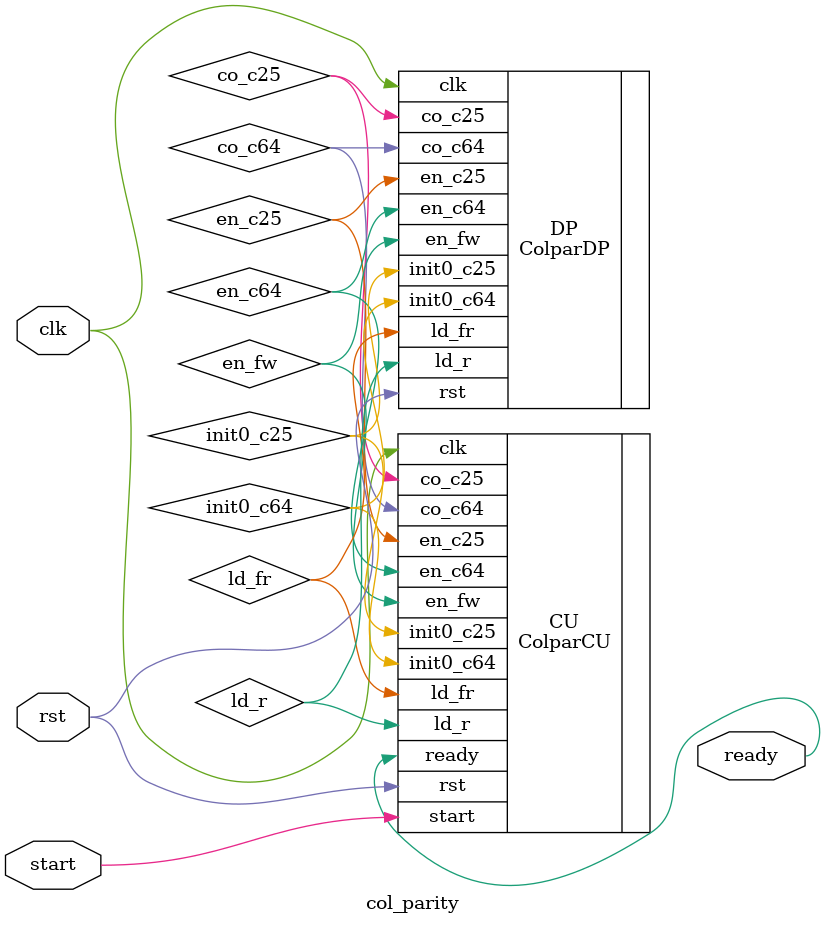
<source format=v>
`timescale 1ns/1ns
module col_parity(clk, rst, start, ready);
	
	input clk;
	input rst;
	input start;
	//input [0:24] in_mem [0:63];
	output ready;
	//output [0:24] out_mem [0:63];
	
	wire ld_fr, ld_r, en_fw, init0_c64, init0_c25, en_c64, en_c25, co_c64, co_c25;
	
	ColparDP DP(
	           .clk(clk), 
	           .rst(rst),
	           .ld_fr(ld_fr), 
	           .ld_r(ld_r),
	           .en_fw(en_fw),
	           .init0_c64(init0_c64),
	           .init0_c25(init0_c25),
	           .en_c64(en_c64),
	           .en_c25(en_c25),
	           .co_c64(co_c64),
	           .co_c25(co_c25)
	           );
	
	ColparCU CU(
	             .clk(clk), 
	             .rst(rst), 
	             .start(start), 
	             .co_c64(co_c64),
	             .co_c25(co_c25),
	             .ld_fr(ld_fr), 
	             .ld_r(ld_r),
	             .en_fw(en_fw),
	             .init0_c64(init0_c64),
	             .init0_c25(init0_c25),
	             .en_c64(en_c64),
	             .en_c25(en_c25),
	             .ready(ready)
	             );
	             
endmodule

</source>
